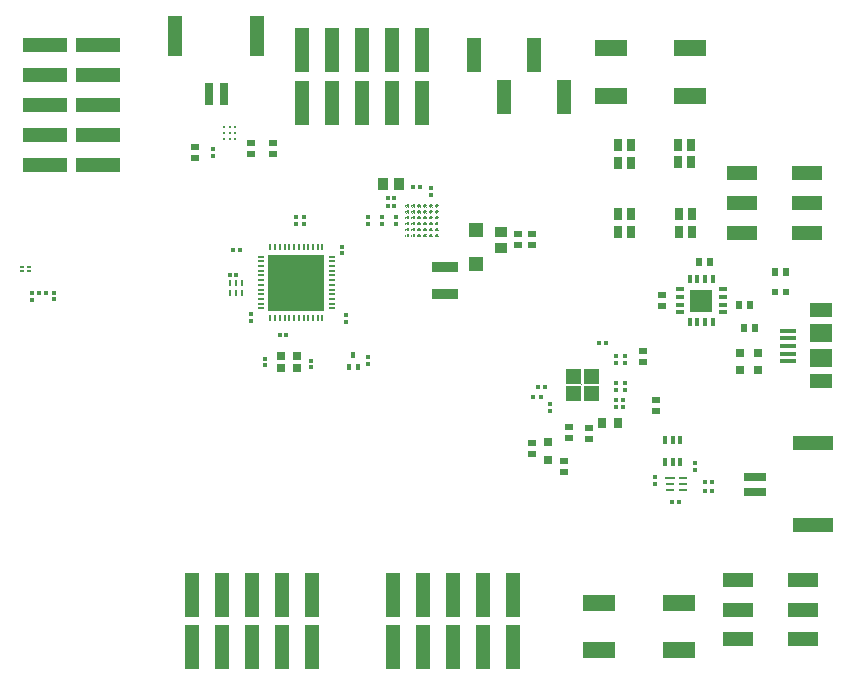
<source format=gtp>
G04 Layer_Color=8421504*
%FSLAX25Y25*%
%MOIN*%
G70*
G01*
G75*
%ADD10R,0.02953X0.02559*%
%ADD11R,0.07480X0.06299*%
%ADD12R,0.05315X0.01575*%
%ADD13R,0.07480X0.04724*%
%ADD14R,0.01575X0.01969*%
%ADD15R,0.01417X0.01969*%
%ADD16R,0.02953X0.01102*%
%ADD17R,0.03347X0.01102*%
%ADD18R,0.04724X0.04921*%
%ADD19R,0.01575X0.02598*%
%ADD20R,0.03150X0.03150*%
%ADD21R,0.02165X0.02362*%
%ADD22R,0.01378X0.01181*%
%ADD23R,0.18504X0.18504*%
%ADD24O,0.00787X0.02559*%
%ADD25O,0.02559X0.00787*%
%ADD27R,0.02835X0.01181*%
%ADD28R,0.01181X0.02835*%
%ADD29R,0.05118X0.13189*%
%ADD30R,0.03150X0.07480*%
%ADD31R,0.05000X0.15000*%
%ADD32R,0.09843X0.04724*%
%ADD33R,0.09055X0.03347*%
%ADD34R,0.02795X0.03622*%
%ADD35R,0.03150X0.03150*%
%ADD36R,0.03543X0.03937*%
%ADD37R,0.02520X0.02362*%
%ADD38R,0.01260X0.01260*%
%ADD40C,0.01083*%
%ADD41R,0.10827X0.05512*%
%ADD42R,0.03150X0.03937*%
%ADD43R,0.05000X0.11654*%
%ADD47R,0.00984X0.02165*%
%ADD51R,0.13189X0.05118*%
%ADD52R,0.07480X0.03150*%
%ADD53R,0.01181X0.01378*%
%ADD54R,0.01260X0.01260*%
%ADD55R,0.03937X0.03543*%
%ADD56R,0.02362X0.02520*%
%ADD57R,0.15000X0.05000*%
%ADD83C,0.00197*%
%ADD84R,0.07480X0.07480*%
%ADD85R,0.00591X0.00591*%
%ADD86R,0.00197X0.00591*%
%ADD87R,0.00591X0.00197*%
%ADD88R,0.00591X0.00197*%
%ADD89R,0.00591X0.00591*%
%ADD90R,0.00197X0.00591*%
%ADD91R,0.00197X0.00591*%
%ADD92R,0.00197X0.00591*%
%ADD93R,0.01181X0.00984*%
%ADD94C,0.00000*%
%ADD95R,0.00100X0.00100*%
G36*
X199594Y101694D02*
X194594D01*
Y106694D01*
X199594D01*
Y101694D01*
D02*
G37*
G36*
X193806D02*
X188806D01*
Y106694D01*
X193806D01*
Y101694D01*
D02*
G37*
G36*
X199594Y95906D02*
X194594D01*
Y100906D01*
X199594D01*
Y95906D01*
D02*
G37*
G36*
X193806D02*
X188806D01*
Y100906D01*
X193806D01*
Y95906D01*
D02*
G37*
D10*
X98959Y110869D02*
D03*
X93841D02*
D03*
X98959Y106931D02*
D03*
X93841D02*
D03*
D11*
X273800Y110139D02*
D03*
Y118407D02*
D03*
D12*
X262774Y119391D02*
D03*
Y116832D02*
D03*
Y114273D02*
D03*
Y111714D02*
D03*
X262774Y109155D02*
D03*
D13*
X273800Y102462D02*
D03*
X273800Y126084D02*
D03*
D14*
X117900Y111169D02*
D03*
D15*
X119475Y107231D02*
D03*
X116325D02*
D03*
D16*
X227868Y66314D02*
D03*
Y68283D02*
D03*
Y70251D02*
D03*
X223341Y66314D02*
D03*
Y68283D02*
D03*
D17*
X223538Y70251D02*
D03*
D18*
X158679Y141476D02*
D03*
Y152893D02*
D03*
D19*
X221782Y82956D02*
D03*
X224341D02*
D03*
X226900D02*
D03*
Y75672D02*
D03*
X224341D02*
D03*
X221782D02*
D03*
D20*
X252753Y106273D02*
D03*
X246847D02*
D03*
X252753Y111773D02*
D03*
X246847D02*
D03*
D21*
X258430Y132273D02*
D03*
X262170D02*
D03*
D22*
X205500Y101958D02*
D03*
Y99596D02*
D03*
X205500Y110881D02*
D03*
Y108519D02*
D03*
X98900Y157181D02*
D03*
Y154819D02*
D03*
X101400Y157181D02*
D03*
Y154819D02*
D03*
X122900Y110481D02*
D03*
Y108119D02*
D03*
X71200Y179781D02*
D03*
Y177419D02*
D03*
X122879Y157165D02*
D03*
Y154803D02*
D03*
X143900Y166981D02*
D03*
Y164619D02*
D03*
X183400Y94981D02*
D03*
Y92619D02*
D03*
X208400Y99596D02*
D03*
Y101958D02*
D03*
X231841Y72814D02*
D03*
Y75176D02*
D03*
X218341Y68314D02*
D03*
Y70676D02*
D03*
D23*
X98900Y135400D02*
D03*
D24*
X107561Y123491D02*
D03*
X105987D02*
D03*
X104412D02*
D03*
X102837D02*
D03*
X101262D02*
D03*
X99687D02*
D03*
X98113D02*
D03*
X96538D02*
D03*
X94963D02*
D03*
X93388D02*
D03*
X91813D02*
D03*
X90239D02*
D03*
Y147309D02*
D03*
X91813D02*
D03*
X93388D02*
D03*
X94963D02*
D03*
X96538D02*
D03*
X98113D02*
D03*
X99687D02*
D03*
X101262D02*
D03*
X102837D02*
D03*
X104412D02*
D03*
X105987D02*
D03*
X107561D02*
D03*
D25*
X86990Y126739D02*
D03*
Y128313D02*
D03*
Y129888D02*
D03*
Y131463D02*
D03*
Y133038D02*
D03*
Y134613D02*
D03*
Y136187D02*
D03*
Y137762D02*
D03*
Y139337D02*
D03*
Y140912D02*
D03*
Y142487D02*
D03*
Y144061D02*
D03*
X110809D02*
D03*
Y142487D02*
D03*
Y140912D02*
D03*
Y139337D02*
D03*
Y137762D02*
D03*
Y136187D02*
D03*
Y134613D02*
D03*
Y133038D02*
D03*
Y131463D02*
D03*
Y129888D02*
D03*
Y128313D02*
D03*
Y126739D02*
D03*
D27*
X226615Y133112D02*
D03*
Y130553D02*
D03*
Y127994D02*
D03*
Y125435D02*
D03*
X240985D02*
D03*
Y127994D02*
D03*
Y130553D02*
D03*
Y133112D02*
D03*
D28*
X229961Y122088D02*
D03*
X232521D02*
D03*
X235080D02*
D03*
X237639D02*
D03*
Y136458D02*
D03*
X235080D02*
D03*
X232521D02*
D03*
X229961D02*
D03*
D29*
X58483Y217553D02*
D03*
X85846D02*
D03*
D30*
X69704Y198360D02*
D03*
X74625D02*
D03*
D31*
X131100Y13850D02*
D03*
Y31350D02*
D03*
X141100Y13850D02*
D03*
Y31350D02*
D03*
X151100Y13850D02*
D03*
Y31350D02*
D03*
X161100Y13850D02*
D03*
Y31350D02*
D03*
X171100Y13850D02*
D03*
Y31350D02*
D03*
X140700Y212750D02*
D03*
Y195250D02*
D03*
X130700Y212750D02*
D03*
Y195250D02*
D03*
X120700Y212750D02*
D03*
Y195250D02*
D03*
X110700Y212750D02*
D03*
Y195250D02*
D03*
X100700Y212750D02*
D03*
Y195250D02*
D03*
X64100Y13850D02*
D03*
Y31350D02*
D03*
X74100Y13850D02*
D03*
Y31350D02*
D03*
X84100Y13850D02*
D03*
Y31350D02*
D03*
X94100Y13850D02*
D03*
Y31350D02*
D03*
X104100Y13850D02*
D03*
Y31350D02*
D03*
D32*
X245973Y36242D02*
D03*
Y16557D02*
D03*
Y26400D02*
D03*
X267627D02*
D03*
Y16557D02*
D03*
Y36242D02*
D03*
X247373Y171742D02*
D03*
Y152058D02*
D03*
Y161900D02*
D03*
X269027D02*
D03*
Y152058D02*
D03*
Y171742D02*
D03*
D33*
X148479Y140612D02*
D03*
Y131557D02*
D03*
D34*
X200644Y88500D02*
D03*
X206156D02*
D03*
D35*
X182700Y82253D02*
D03*
Y76347D02*
D03*
D36*
X133136Y168284D02*
D03*
X127821D02*
D03*
D37*
X220800Y131084D02*
D03*
Y127462D02*
D03*
X172900Y151511D02*
D03*
Y147889D02*
D03*
X177400Y151511D02*
D03*
Y147889D02*
D03*
X83700Y182011D02*
D03*
Y178389D02*
D03*
X91000Y181911D02*
D03*
Y178289D02*
D03*
X65200Y180511D02*
D03*
Y176889D02*
D03*
X196300Y87011D02*
D03*
Y83389D02*
D03*
X177300Y81811D02*
D03*
Y78189D02*
D03*
X189800Y87111D02*
D03*
Y83489D02*
D03*
X218600Y96334D02*
D03*
Y92712D02*
D03*
X214400Y108989D02*
D03*
Y112611D02*
D03*
X188100Y75911D02*
D03*
Y72289D02*
D03*
D38*
X235239Y65814D02*
D03*
X237443D02*
D03*
X93298Y117900D02*
D03*
X95502D02*
D03*
X80002Y146200D02*
D03*
X77798D02*
D03*
X78802Y137800D02*
D03*
X76598D02*
D03*
X131581Y163484D02*
D03*
X129376D02*
D03*
X131581Y160784D02*
D03*
X129376D02*
D03*
X137898Y167300D02*
D03*
X140102D02*
D03*
X207702Y96400D02*
D03*
X205498D02*
D03*
D40*
X78568Y183332D02*
D03*
Y185300D02*
D03*
Y187268D02*
D03*
X76600Y183332D02*
D03*
X74631D02*
D03*
X76600Y185300D02*
D03*
X74631D02*
D03*
Y187268D02*
D03*
X76600D02*
D03*
D41*
X199813Y28674D02*
D03*
Y12926D02*
D03*
X226387Y28674D02*
D03*
Y12926D02*
D03*
X230187Y197726D02*
D03*
Y213474D02*
D03*
X203613Y197726D02*
D03*
Y213474D02*
D03*
D42*
X226035Y181353D02*
D03*
X226035Y175447D02*
D03*
X230365Y175447D02*
D03*
X230365Y181353D02*
D03*
X206035Y158253D02*
D03*
X206035Y152347D02*
D03*
X210365Y152347D02*
D03*
X210365Y158253D02*
D03*
X206035Y181253D02*
D03*
X206035Y175347D02*
D03*
X210365Y175347D02*
D03*
X210365Y181253D02*
D03*
X226535Y158253D02*
D03*
X226535Y152347D02*
D03*
X230865Y152347D02*
D03*
X230865Y158253D02*
D03*
D43*
X188200Y197113D02*
D03*
X178200Y211287D02*
D03*
X168200Y197113D02*
D03*
X158200Y211287D02*
D03*
D47*
X76911Y135303D02*
D03*
X78880D02*
D03*
X80848D02*
D03*
Y131957D02*
D03*
X78880D02*
D03*
X76911D02*
D03*
D51*
X271053Y81817D02*
D03*
Y54454D02*
D03*
D52*
X251860Y70596D02*
D03*
Y65675D02*
D03*
D53*
X202081Y115200D02*
D03*
X199719D02*
D03*
X13019Y131998D02*
D03*
X15381D02*
D03*
X177919Y97400D02*
D03*
X180281D02*
D03*
X237522Y68814D02*
D03*
X235160D02*
D03*
X207781Y93900D02*
D03*
X205419D02*
D03*
X179519Y100500D02*
D03*
X181881D02*
D03*
X224160Y62314D02*
D03*
X226522D02*
D03*
D54*
X208300Y108598D02*
D03*
Y110802D02*
D03*
X88400Y107798D02*
D03*
Y110002D02*
D03*
X103600Y109302D02*
D03*
Y107098D02*
D03*
X115400Y124502D02*
D03*
Y122298D02*
D03*
X83700Y124902D02*
D03*
Y122698D02*
D03*
X18000Y132000D02*
D03*
Y129795D02*
D03*
X10600Y131900D02*
D03*
Y129695D02*
D03*
X114200Y145198D02*
D03*
Y147402D02*
D03*
X127479Y157187D02*
D03*
Y154982D02*
D03*
X132179Y154882D02*
D03*
Y157087D02*
D03*
D55*
X167100Y152357D02*
D03*
Y147043D02*
D03*
D56*
X258389Y138900D02*
D03*
X262011D02*
D03*
X247989Y120273D02*
D03*
X251611D02*
D03*
X246389Y128000D02*
D03*
X250011D02*
D03*
X236611Y142273D02*
D03*
X232989D02*
D03*
D57*
X15250Y214500D02*
D03*
X32750D02*
D03*
X15250Y204500D02*
D03*
X32750D02*
D03*
X15250Y194500D02*
D03*
X32750D02*
D03*
X15250Y184500D02*
D03*
X32750D02*
D03*
X15250Y174500D02*
D03*
X32750D02*
D03*
D83*
X135761Y160510D02*
G03*
X135761Y160510I-98J0D01*
G01*
X136351Y161101D02*
G03*
X136351Y161101I-98J0D01*
G01*
Y160510D02*
G03*
X136351Y160510I-98J0D01*
G01*
X135761Y161101D02*
G03*
X135761Y161101I-98J0D01*
G01*
X137729Y160510D02*
G03*
X137729Y160510I-98J0D01*
G01*
X138320Y161101D02*
G03*
X138320Y161101I-98J0D01*
G01*
Y160510D02*
G03*
X138320Y160510I-98J0D01*
G01*
X137729Y161101D02*
G03*
X137729Y161101I-98J0D01*
G01*
X139698Y160510D02*
G03*
X139698Y160510I-98J0D01*
G01*
X140288Y161101D02*
G03*
X140288Y161101I-98J0D01*
G01*
Y160510D02*
G03*
X140288Y160510I-98J0D01*
G01*
X139698Y161101D02*
G03*
X139698Y161101I-98J0D01*
G01*
X141666Y160510D02*
G03*
X141666Y160510I-98J0D01*
G01*
X142257Y161101D02*
G03*
X142257Y161101I-98J0D01*
G01*
Y160510D02*
G03*
X142257Y160510I-98J0D01*
G01*
X141666Y161101D02*
G03*
X141666Y161101I-98J0D01*
G01*
X143635Y160510D02*
G03*
X143635Y160510I-98J0D01*
G01*
X144225Y161101D02*
G03*
X144225Y161101I-98J0D01*
G01*
Y160510D02*
G03*
X144225Y160510I-98J0D01*
G01*
X143635Y161101D02*
G03*
X143635Y161101I-98J0D01*
G01*
X145603Y160510D02*
G03*
X145603Y160510I-98J0D01*
G01*
X146194Y161101D02*
G03*
X146194Y161101I-98J0D01*
G01*
Y160510D02*
G03*
X146194Y160510I-98J0D01*
G01*
X145603Y161101D02*
G03*
X145603Y161101I-98J0D01*
G01*
X135761Y158542D02*
G03*
X135761Y158542I-98J0D01*
G01*
X136351Y159132D02*
G03*
X136351Y159132I-98J0D01*
G01*
Y158542D02*
G03*
X136351Y158542I-98J0D01*
G01*
X135761Y159132D02*
G03*
X135761Y159132I-98J0D01*
G01*
X137729Y158542D02*
G03*
X137729Y158542I-98J0D01*
G01*
X138320Y159132D02*
G03*
X138320Y159132I-98J0D01*
G01*
Y158542D02*
G03*
X138320Y158542I-98J0D01*
G01*
X137729Y159132D02*
G03*
X137729Y159132I-98J0D01*
G01*
X139698Y158542D02*
G03*
X139698Y158542I-98J0D01*
G01*
X140288Y159132D02*
G03*
X140288Y159132I-98J0D01*
G01*
Y158542D02*
G03*
X140288Y158542I-98J0D01*
G01*
X139698Y159132D02*
G03*
X139698Y159132I-98J0D01*
G01*
X141666Y158542D02*
G03*
X141666Y158542I-98J0D01*
G01*
X142257Y159132D02*
G03*
X142257Y159132I-98J0D01*
G01*
Y158542D02*
G03*
X142257Y158542I-98J0D01*
G01*
X141666Y159132D02*
G03*
X141666Y159132I-98J0D01*
G01*
X143635Y158542D02*
G03*
X143635Y158542I-98J0D01*
G01*
X144225Y159132D02*
G03*
X144225Y159132I-98J0D01*
G01*
Y158542D02*
G03*
X144225Y158542I-98J0D01*
G01*
X143635Y159132D02*
G03*
X143635Y159132I-98J0D01*
G01*
X145603Y158542D02*
G03*
X145603Y158542I-98J0D01*
G01*
X146194Y159132D02*
G03*
X146194Y159132I-98J0D01*
G01*
Y158542D02*
G03*
X146194Y158542I-98J0D01*
G01*
X145603Y159132D02*
G03*
X145603Y159132I-98J0D01*
G01*
X135761Y156573D02*
G03*
X135761Y156573I-98J0D01*
G01*
X136351Y157164D02*
G03*
X136351Y157164I-98J0D01*
G01*
Y156573D02*
G03*
X136351Y156573I-98J0D01*
G01*
X135761Y157164D02*
G03*
X135761Y157164I-98J0D01*
G01*
X137729Y156573D02*
G03*
X137729Y156573I-98J0D01*
G01*
X138320Y157164D02*
G03*
X138320Y157164I-98J0D01*
G01*
Y156573D02*
G03*
X138320Y156573I-98J0D01*
G01*
X137729Y157164D02*
G03*
X137729Y157164I-98J0D01*
G01*
X139698Y156573D02*
G03*
X139698Y156573I-98J0D01*
G01*
X140288Y157164D02*
G03*
X140288Y157164I-98J0D01*
G01*
Y156573D02*
G03*
X140288Y156573I-98J0D01*
G01*
X139698Y157164D02*
G03*
X139698Y157164I-98J0D01*
G01*
X141666Y156573D02*
G03*
X141666Y156573I-98J0D01*
G01*
X142257Y157164D02*
G03*
X142257Y157164I-98J0D01*
G01*
Y156573D02*
G03*
X142257Y156573I-98J0D01*
G01*
X141666Y157164D02*
G03*
X141666Y157164I-98J0D01*
G01*
X143635Y156573D02*
G03*
X143635Y156573I-98J0D01*
G01*
X144225Y157164D02*
G03*
X144225Y157164I-98J0D01*
G01*
Y156573D02*
G03*
X144225Y156573I-98J0D01*
G01*
X143635Y157164D02*
G03*
X143635Y157164I-98J0D01*
G01*
X145603Y156573D02*
G03*
X145603Y156573I-98J0D01*
G01*
X146194Y157164D02*
G03*
X146194Y157164I-98J0D01*
G01*
Y156573D02*
G03*
X146194Y156573I-98J0D01*
G01*
X145603Y157164D02*
G03*
X145603Y157164I-98J0D01*
G01*
X135761Y154605D02*
G03*
X135761Y154605I-98J0D01*
G01*
X136351Y155195D02*
G03*
X136351Y155195I-98J0D01*
G01*
Y154605D02*
G03*
X136351Y154605I-98J0D01*
G01*
X135761Y155195D02*
G03*
X135761Y155195I-98J0D01*
G01*
X137729Y154605D02*
G03*
X137729Y154605I-98J0D01*
G01*
X138320Y155195D02*
G03*
X138320Y155195I-98J0D01*
G01*
Y154605D02*
G03*
X138320Y154605I-98J0D01*
G01*
X137729Y155195D02*
G03*
X137729Y155195I-98J0D01*
G01*
X139698Y154605D02*
G03*
X139698Y154605I-98J0D01*
G01*
X140288Y155195D02*
G03*
X140288Y155195I-98J0D01*
G01*
Y154605D02*
G03*
X140288Y154605I-98J0D01*
G01*
X139698Y155195D02*
G03*
X139698Y155195I-98J0D01*
G01*
X141666Y154605D02*
G03*
X141666Y154605I-98J0D01*
G01*
X142257Y155195D02*
G03*
X142257Y155195I-98J0D01*
G01*
Y154605D02*
G03*
X142257Y154605I-98J0D01*
G01*
X141666Y155195D02*
G03*
X141666Y155195I-98J0D01*
G01*
X143635Y154605D02*
G03*
X143635Y154605I-98J0D01*
G01*
X144225Y155195D02*
G03*
X144225Y155195I-98J0D01*
G01*
Y154605D02*
G03*
X144225Y154605I-98J0D01*
G01*
X143635Y155195D02*
G03*
X143635Y155195I-98J0D01*
G01*
X145603Y154605D02*
G03*
X145603Y154605I-98J0D01*
G01*
X146194Y155195D02*
G03*
X146194Y155195I-98J0D01*
G01*
Y154605D02*
G03*
X146194Y154605I-98J0D01*
G01*
X145603Y155195D02*
G03*
X145603Y155195I-98J0D01*
G01*
X135761Y152636D02*
G03*
X135761Y152636I-98J0D01*
G01*
X136351Y153227D02*
G03*
X136351Y153227I-98J0D01*
G01*
Y152636D02*
G03*
X136351Y152636I-98J0D01*
G01*
X135761Y153227D02*
G03*
X135761Y153227I-98J0D01*
G01*
X137729Y152636D02*
G03*
X137729Y152636I-98J0D01*
G01*
X138320Y153227D02*
G03*
X138320Y153227I-98J0D01*
G01*
Y152636D02*
G03*
X138320Y152636I-98J0D01*
G01*
X137729Y153227D02*
G03*
X137729Y153227I-98J0D01*
G01*
X139698Y152636D02*
G03*
X139698Y152636I-98J0D01*
G01*
X140288Y153227D02*
G03*
X140288Y153227I-98J0D01*
G01*
Y152636D02*
G03*
X140288Y152636I-98J0D01*
G01*
X139698Y153227D02*
G03*
X139698Y153227I-98J0D01*
G01*
X141666Y152636D02*
G03*
X141666Y152636I-98J0D01*
G01*
X142257Y153227D02*
G03*
X142257Y153227I-98J0D01*
G01*
Y152636D02*
G03*
X142257Y152636I-98J0D01*
G01*
X141666Y153227D02*
G03*
X141666Y153227I-98J0D01*
G01*
X143635Y152636D02*
G03*
X143635Y152636I-98J0D01*
G01*
X144225Y153227D02*
G03*
X144225Y153227I-98J0D01*
G01*
Y152636D02*
G03*
X144225Y152636I-98J0D01*
G01*
X143635Y153227D02*
G03*
X143635Y153227I-98J0D01*
G01*
X145603Y152636D02*
G03*
X145603Y152636I-98J0D01*
G01*
X146194Y153227D02*
G03*
X146194Y153227I-98J0D01*
G01*
Y152636D02*
G03*
X146194Y152636I-98J0D01*
G01*
X145603Y153227D02*
G03*
X145603Y153227I-98J0D01*
G01*
X135761Y150668D02*
G03*
X135761Y150668I-98J0D01*
G01*
X136351Y151258D02*
G03*
X136351Y151258I-98J0D01*
G01*
Y150668D02*
G03*
X136351Y150668I-98J0D01*
G01*
X135761Y151258D02*
G03*
X135761Y151258I-98J0D01*
G01*
X137729Y150668D02*
G03*
X137729Y150668I-98J0D01*
G01*
X138320Y151258D02*
G03*
X138320Y151258I-98J0D01*
G01*
Y150668D02*
G03*
X138320Y150668I-98J0D01*
G01*
X137729Y151258D02*
G03*
X137729Y151258I-98J0D01*
G01*
X139698Y150668D02*
G03*
X139698Y150668I-98J0D01*
G01*
X140288Y151258D02*
G03*
X140288Y151258I-98J0D01*
G01*
Y150668D02*
G03*
X140288Y150668I-98J0D01*
G01*
X139698Y151258D02*
G03*
X139698Y151258I-98J0D01*
G01*
X141666Y150668D02*
G03*
X141666Y150668I-98J0D01*
G01*
X142257Y151258D02*
G03*
X142257Y151258I-98J0D01*
G01*
Y150668D02*
G03*
X142257Y150668I-98J0D01*
G01*
X141666Y151258D02*
G03*
X141666Y151258I-98J0D01*
G01*
X143635Y150668D02*
G03*
X143635Y150668I-98J0D01*
G01*
X144225Y151258D02*
G03*
X144225Y151258I-98J0D01*
G01*
Y150668D02*
G03*
X144225Y150668I-98J0D01*
G01*
X143635Y151258D02*
G03*
X143635Y151258I-98J0D01*
G01*
X145603Y150668D02*
G03*
X145603Y150668I-98J0D01*
G01*
X146194Y151258D02*
G03*
X146194Y151258I-98J0D01*
G01*
Y150668D02*
G03*
X146194Y150668I-98J0D01*
G01*
X145603Y151258D02*
G03*
X145603Y151258I-98J0D01*
G01*
D84*
X233800Y129273D02*
D03*
D85*
X135958Y160806D02*
D03*
X137926Y160805D02*
D03*
X139895D02*
D03*
X141863Y160805D02*
D03*
X143831D02*
D03*
X145800Y160806D02*
D03*
X135958Y150963D02*
D03*
X137926Y150963D02*
D03*
X139895D02*
D03*
X141863Y150963D02*
D03*
X143831D02*
D03*
X145800Y150963D02*
D03*
D86*
X135564Y160805D02*
D03*
X136351Y160805D02*
D03*
X137532D02*
D03*
X138320D02*
D03*
X139501D02*
D03*
X140288D02*
D03*
X141469Y160805D02*
D03*
X142257D02*
D03*
X143438D02*
D03*
X144225D02*
D03*
X145406D02*
D03*
X146192Y160806D02*
D03*
X141469Y158837D02*
D03*
X143438D02*
D03*
X145406D02*
D03*
X141469Y156869D02*
D03*
X143438D02*
D03*
X145406D02*
D03*
D87*
X135958Y161199D02*
D03*
X135957Y160412D02*
D03*
X145800Y161199D02*
D03*
X145800Y160412D02*
D03*
X135957Y159231D02*
D03*
Y158443D02*
D03*
X145800Y159231D02*
D03*
Y158443D02*
D03*
X135957Y157262D02*
D03*
Y156475D02*
D03*
X145800Y157262D02*
D03*
Y156475D02*
D03*
X135958Y155294D02*
D03*
Y154506D02*
D03*
X145800Y155294D02*
D03*
Y154506D02*
D03*
X135958Y153325D02*
D03*
Y152538D02*
D03*
X145800Y153325D02*
D03*
Y152538D02*
D03*
X135958Y151357D02*
D03*
X135957Y150569D02*
D03*
X145800Y151357D02*
D03*
X145800Y150569D02*
D03*
D88*
X137926Y161199D02*
D03*
Y160412D02*
D03*
X139894Y161199D02*
D03*
Y160412D02*
D03*
X141863Y161199D02*
D03*
Y160412D02*
D03*
X143831Y161199D02*
D03*
Y160412D02*
D03*
X137926Y159231D02*
D03*
Y158443D02*
D03*
X139894Y159231D02*
D03*
Y158443D02*
D03*
X141863Y159231D02*
D03*
Y158443D02*
D03*
X143831Y159231D02*
D03*
Y158443D02*
D03*
X137926Y157262D02*
D03*
Y156475D02*
D03*
X139894Y157262D02*
D03*
Y156475D02*
D03*
X141863Y157262D02*
D03*
Y156475D02*
D03*
X143831Y157262D02*
D03*
Y156475D02*
D03*
X137926Y155294D02*
D03*
Y154506D02*
D03*
X139894Y155294D02*
D03*
Y154506D02*
D03*
X141863Y155294D02*
D03*
Y154506D02*
D03*
X143831Y155294D02*
D03*
Y154506D02*
D03*
X137926Y153325D02*
D03*
Y152538D02*
D03*
X139894Y153325D02*
D03*
Y152538D02*
D03*
X141863Y153325D02*
D03*
Y152538D02*
D03*
X143831Y153325D02*
D03*
Y152538D02*
D03*
X137926Y151357D02*
D03*
Y150569D02*
D03*
X139894Y151357D02*
D03*
Y150569D02*
D03*
X141863Y151357D02*
D03*
Y150569D02*
D03*
X143831Y151357D02*
D03*
Y150569D02*
D03*
D89*
X135957Y158837D02*
D03*
X137926Y158837D02*
D03*
X139894D02*
D03*
X141863D02*
D03*
X143831D02*
D03*
X145800Y158837D02*
D03*
X135957Y156868D02*
D03*
X137926Y156869D02*
D03*
X139894D02*
D03*
X141863D02*
D03*
X143831D02*
D03*
X145800Y156868D02*
D03*
X135958Y154900D02*
D03*
X137926Y154900D02*
D03*
X139894D02*
D03*
X141863D02*
D03*
X143831D02*
D03*
X145800Y154900D02*
D03*
X135958Y152932D02*
D03*
X137926Y152931D02*
D03*
X139894D02*
D03*
X141863D02*
D03*
X143831D02*
D03*
X145800Y152932D02*
D03*
D90*
X135564Y158837D02*
D03*
Y156869D02*
D03*
X137532Y154900D02*
D03*
X139501D02*
D03*
X137532Y152931D02*
D03*
X139501D02*
D03*
X137532Y150963D02*
D03*
X139501D02*
D03*
D91*
X136351Y158837D02*
D03*
X138320D02*
D03*
X140288D02*
D03*
X142257D02*
D03*
X144225D02*
D03*
X146194Y158837D02*
D03*
X136351Y156869D02*
D03*
X138320D02*
D03*
X140288D02*
D03*
X142257D02*
D03*
X144225D02*
D03*
X146194Y156868D02*
D03*
X136351Y154900D02*
D03*
X138320D02*
D03*
X140288D02*
D03*
X141469D02*
D03*
X142257D02*
D03*
X143438D02*
D03*
X144225D02*
D03*
X145406D02*
D03*
X146194Y154900D02*
D03*
X136351Y152931D02*
D03*
X138320D02*
D03*
X140288D02*
D03*
X141469D02*
D03*
X142257D02*
D03*
X143438D02*
D03*
X144225D02*
D03*
X145406D02*
D03*
X146194Y152932D02*
D03*
X136351Y150963D02*
D03*
X138320D02*
D03*
X140288D02*
D03*
X141469D02*
D03*
X142257D02*
D03*
X143438D02*
D03*
X144225D02*
D03*
X145406D02*
D03*
X146194Y150963D02*
D03*
D92*
X137532Y158837D02*
D03*
X139501D02*
D03*
X137532Y156869D02*
D03*
X139501D02*
D03*
X135564Y154900D02*
D03*
Y152931D02*
D03*
Y150963D02*
D03*
D93*
X9816Y140525D02*
D03*
X9816Y139148D02*
D03*
X7454Y139148D02*
D03*
X7454Y140526D02*
D03*
D94*
X135958Y160805D02*
D03*
X137926D02*
D03*
X139894D02*
D03*
X141863D02*
D03*
X143832D02*
D03*
X145800D02*
D03*
X135958Y158837D02*
D03*
X137926D02*
D03*
X139894D02*
D03*
X141863D02*
D03*
X143832D02*
D03*
X145800D02*
D03*
X135958Y156869D02*
D03*
X137926D02*
D03*
X139894D02*
D03*
X141863D02*
D03*
X143832D02*
D03*
X145800D02*
D03*
X135958Y154900D02*
D03*
X137926D02*
D03*
X139894D02*
D03*
X141863D02*
D03*
X143832D02*
D03*
X145800D02*
D03*
X135958Y152931D02*
D03*
X137926D02*
D03*
X139894D02*
D03*
X141863D02*
D03*
X143832D02*
D03*
X145800D02*
D03*
X135958Y150963D02*
D03*
X137926D02*
D03*
X139894D02*
D03*
X141863D02*
D03*
X143832D02*
D03*
X145800D02*
D03*
D95*
X194200Y101300D02*
D03*
M02*

</source>
